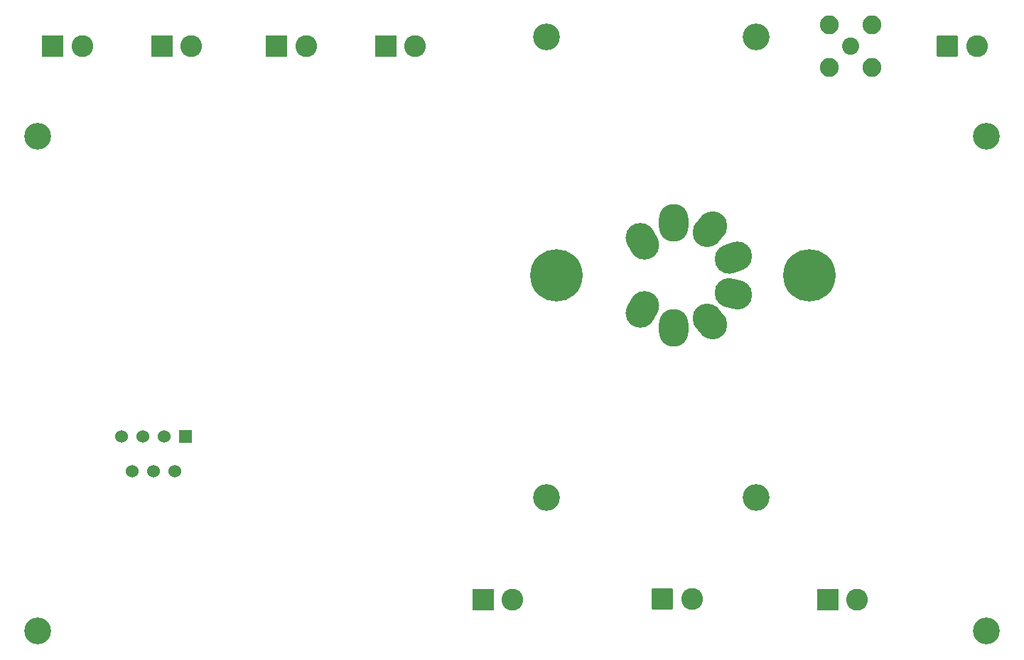
<source format=gbs>
G04 #@! TF.GenerationSoftware,KiCad,Pcbnew,9.0.0*
G04 #@! TF.CreationDate,2025-03-21T23:08:49+01:00*
G04 #@! TF.ProjectId,QCMAmp,51434d41-6d70-42e6-9b69-6361645f7063,rev?*
G04 #@! TF.SameCoordinates,Original*
G04 #@! TF.FileFunction,Soldermask,Bot*
G04 #@! TF.FilePolarity,Negative*
%FSLAX46Y46*%
G04 Gerber Fmt 4.6, Leading zero omitted, Abs format (unit mm)*
G04 Created by KiCad (PCBNEW 9.0.0) date 2025-03-21 23:08:49*
%MOMM*%
%LPD*%
G01*
G04 APERTURE LIST*
G04 Aperture macros list*
%AMRoundRect*
0 Rectangle with rounded corners*
0 $1 Rounding radius*
0 $2 $3 $4 $5 $6 $7 $8 $9 X,Y pos of 4 corners*
0 Add a 4 corners polygon primitive as box body*
4,1,4,$2,$3,$4,$5,$6,$7,$8,$9,$2,$3,0*
0 Add four circle primitives for the rounded corners*
1,1,$1+$1,$2,$3*
1,1,$1+$1,$4,$5*
1,1,$1+$1,$6,$7*
1,1,$1+$1,$8,$9*
0 Add four rect primitives between the rounded corners*
20,1,$1+$1,$2,$3,$4,$5,0*
20,1,$1+$1,$4,$5,$6,$7,0*
20,1,$1+$1,$6,$7,$8,$9,0*
20,1,$1+$1,$8,$9,$2,$3,0*%
%AMHorizOval*
0 Thick line with rounded ends*
0 $1 width*
0 $2 $3 position (X,Y) of the first rounded end (center of the circle)*
0 $4 $5 position (X,Y) of the second rounded end (center of the circle)*
0 Add line between two ends*
20,1,$1,$2,$3,$4,$5,0*
0 Add two circle primitives to create the rounded ends*
1,1,$1,$2,$3*
1,1,$1,$4,$5*%
G04 Aperture macros list end*
%ADD10R,1.524000X1.524000*%
%ADD11C,1.524000*%
%ADD12C,2.050000*%
%ADD13C,2.250000*%
%ADD14C,3.200000*%
%ADD15C,6.240000*%
%ADD16HorizOval,3.500000X-0.250000X0.433013X0.250000X-0.433013X0*%
%ADD17O,3.500000X4.500000*%
%ADD18HorizOval,3.500000X0.321394X0.383022X-0.321394X-0.383022X0*%
%ADD19HorizOval,3.500000X0.469846X0.171010X-0.469846X-0.171010X0*%
%ADD20HorizOval,3.500000X-0.482963X0.129410X0.482963X-0.129410X0*%
%ADD21HorizOval,3.500000X-0.321394X0.383022X0.321394X-0.383022X0*%
%ADD22HorizOval,3.500000X0.250000X0.433013X-0.250000X-0.433013X0*%
%ADD23C,2.600000*%
%ADD24RoundRect,0.250000X-1.050000X-1.050000X1.050000X-1.050000X1.050000X1.050000X-1.050000X1.050000X0*%
%ADD25R,2.600000X2.600000*%
G04 APERTURE END LIST*
D10*
X96010000Y-98669500D03*
D11*
X94740000Y-102860500D03*
X93470000Y-98669500D03*
X92200000Y-102860500D03*
X90930000Y-98669500D03*
X89660000Y-102860500D03*
X88390000Y-98669500D03*
D12*
X175240000Y-52167500D03*
D13*
X172700000Y-49627500D03*
X172700000Y-54707500D03*
X177780000Y-49627500D03*
X177780000Y-54707500D03*
D14*
X78400000Y-121900000D03*
X191400000Y-121900000D03*
X78400000Y-62900000D03*
X191400000Y-62900000D03*
D15*
X170370000Y-79500000D03*
X140230000Y-79500000D03*
D16*
X150440000Y-75420000D03*
D17*
X154200000Y-73250000D03*
D18*
X158480000Y-74000000D03*
D19*
X161270000Y-77330000D03*
D20*
X161270000Y-81670000D03*
D21*
X158480000Y-85000000D03*
D17*
X154200000Y-85750000D03*
D22*
X150440000Y-83580000D03*
D23*
X156325000Y-118075000D03*
D24*
X152825000Y-118075000D03*
D25*
X80200000Y-52175000D03*
D23*
X83700000Y-52175000D03*
D25*
X172500000Y-118145000D03*
D23*
X176000000Y-118145000D03*
D25*
X119850000Y-52170000D03*
D23*
X123350000Y-52170000D03*
D25*
X131450000Y-118145000D03*
D23*
X134950000Y-118145000D03*
D25*
X106850000Y-52170000D03*
D23*
X110350000Y-52170000D03*
X190292500Y-52167500D03*
D24*
X186792500Y-52167500D03*
D25*
X93200000Y-52175000D03*
D23*
X96700000Y-52175000D03*
D14*
X164000000Y-106000000D03*
X139000000Y-51000000D03*
X164000000Y-51000000D03*
X139000000Y-106000000D03*
M02*

</source>
